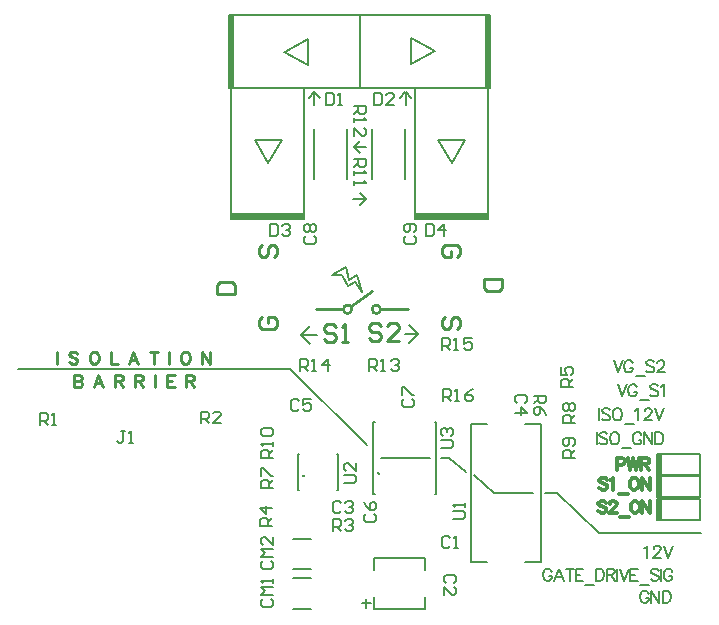
<source format=gbr>
G04*
G04 #@! TF.GenerationSoftware,Altium Limited,Altium Designer,23.8.1 (32)*
G04*
G04 Layer_Color=65535*
%FSLAX25Y25*%
%MOIN*%
G70*
G04*
G04 #@! TF.SameCoordinates,6A4648C9-17C6-403F-9620-CBA41C67DF3D*
G04*
G04*
G04 #@! TF.FilePolarity,Positive*
G04*
G01*
G75*
%ADD10C,0.01000*%
%ADD11C,0.00600*%
%ADD12C,0.00800*%
%ADD13C,0.01200*%
%ADD14R,0.01100X0.06900*%
%ADD15R,0.24100X0.01300*%
%ADD16R,0.01300X0.24100*%
D10*
X121580Y46998D02*
G03*
X121600Y47000I20J-98D01*
G01*
X96620Y46100D02*
G03*
X96620Y46100I-100J0D01*
G01*
X122298Y101694D02*
G03*
X122298Y101694I-1414J0D01*
G01*
X112712Y101694D02*
G03*
X112712Y101694I-1414J0D01*
G01*
X112298Y102694D02*
X119298Y107694D01*
X122298Y101694D02*
X131298Y101694D01*
X100825Y101669D02*
X109825Y101669D01*
X122300Y95999D02*
X121301Y96999D01*
X119301D01*
X118302Y95999D01*
Y95000D01*
X119301Y94000D01*
X121301D01*
X122300Y93000D01*
Y92001D01*
X121301Y91001D01*
X119301D01*
X118302Y92001D01*
X128298Y91001D02*
X124300D01*
X128298Y95000D01*
Y95999D01*
X127299Y96999D01*
X125299D01*
X124300Y95999D01*
X147798Y119201D02*
X148798Y120201D01*
Y122200D01*
X147798Y123200D01*
X143800D01*
X142800Y122200D01*
Y120201D01*
X143800Y119201D01*
X145799D01*
Y121201D01*
X147798Y95209D02*
X148798Y96209D01*
Y98208D01*
X147798Y99208D01*
X146799D01*
X145799Y98208D01*
Y96209D01*
X144799Y95209D01*
X143800D01*
X142800Y96209D01*
Y98208D01*
X143800Y99208D01*
X162798Y111700D02*
X156800D01*
Y108701D01*
X157800Y107701D01*
X161798D01*
X162798Y108701D01*
Y111700D01*
X67902Y106700D02*
X73900D01*
Y109699D01*
X72900Y110699D01*
X68902D01*
X67902Y109699D01*
Y106700D01*
X82902Y99199D02*
X81902Y98199D01*
Y96200D01*
X82902Y95200D01*
X86900D01*
X87900Y96200D01*
Y98199D01*
X86900Y99199D01*
X84901D01*
Y97199D01*
X82902Y123191D02*
X81902Y122191D01*
Y120192D01*
X82902Y119192D01*
X83901D01*
X84901Y120192D01*
Y122191D01*
X85901Y123191D01*
X86900D01*
X87900Y122191D01*
Y120192D01*
X86900Y119192D01*
X20000Y79699D02*
Y75700D01*
Y79699D02*
X21714D01*
X22285Y79509D01*
X22476Y79318D01*
X22666Y78937D01*
Y78557D01*
X22476Y78176D01*
X22285Y77985D01*
X21714Y77795D01*
X20000D02*
X21714D01*
X22285Y77604D01*
X22476Y77414D01*
X22666Y77033D01*
Y76462D01*
X22476Y76081D01*
X22285Y75890D01*
X21714Y75700D01*
X20000D01*
X29750D02*
X28227Y79699D01*
X26703Y75700D01*
X27275Y77033D02*
X29179D01*
X33826Y79699D02*
Y75700D01*
Y79699D02*
X35539D01*
X36111Y79509D01*
X36301Y79318D01*
X36492Y78937D01*
Y78557D01*
X36301Y78176D01*
X36111Y77985D01*
X35539Y77795D01*
X33826D01*
X35159D02*
X36492Y75700D01*
X40529Y79699D02*
Y75700D01*
Y79699D02*
X42243D01*
X42814Y79509D01*
X43005Y79318D01*
X43195Y78937D01*
Y78557D01*
X43005Y78176D01*
X42814Y77985D01*
X42243Y77795D01*
X40529D01*
X41862D02*
X43195Y75700D01*
X47232Y79699D02*
Y75700D01*
X53688Y79699D02*
X51212D01*
Y75700D01*
X53688D01*
X51212Y77795D02*
X52736D01*
X57497Y79699D02*
Y75700D01*
Y79699D02*
X59211D01*
X59782Y79509D01*
X59972Y79318D01*
X60163Y78937D01*
Y78557D01*
X59972Y78176D01*
X59782Y77985D01*
X59211Y77795D01*
X57497D01*
X58830D02*
X60163Y75700D01*
X14600Y87499D02*
Y83500D01*
X21246Y86928D02*
X20865Y87309D01*
X20294Y87499D01*
X19532D01*
X18961Y87309D01*
X18580Y86928D01*
Y86547D01*
X18770Y86166D01*
X18961Y85976D01*
X19342Y85785D01*
X20484Y85404D01*
X20865Y85214D01*
X21056Y85023D01*
X21246Y84643D01*
Y84071D01*
X20865Y83690D01*
X20294Y83500D01*
X19532D01*
X18961Y83690D01*
X18580Y84071D01*
X26426Y87499D02*
X26045Y87309D01*
X25664Y86928D01*
X25474Y86547D01*
X25283Y85976D01*
Y85023D01*
X25474Y84452D01*
X25664Y84071D01*
X26045Y83690D01*
X26426Y83500D01*
X27188D01*
X27569Y83690D01*
X27950Y84071D01*
X28140Y84452D01*
X28330Y85023D01*
Y85976D01*
X28140Y86547D01*
X27950Y86928D01*
X27569Y87309D01*
X27188Y87499D01*
X26426D01*
X32406D02*
Y83500D01*
X34691D01*
X41318D02*
X39795Y87499D01*
X38271Y83500D01*
X38842Y84833D02*
X40747D01*
X46726Y87499D02*
Y83500D01*
X45393Y87499D02*
X48059D01*
X51678D02*
Y83500D01*
X56801Y87499D02*
X56420Y87309D01*
X56039Y86928D01*
X55848Y86547D01*
X55658Y85976D01*
Y85023D01*
X55848Y84452D01*
X56039Y84071D01*
X56420Y83690D01*
X56801Y83500D01*
X57562D01*
X57943Y83690D01*
X58324Y84071D01*
X58514Y84452D01*
X58705Y85023D01*
Y85976D01*
X58514Y86547D01*
X58324Y86928D01*
X57943Y87309D01*
X57562Y87499D01*
X56801D01*
X62780D02*
Y83500D01*
Y87499D02*
X65446Y83500D01*
Y87499D02*
Y83500D01*
X107600Y95899D02*
X106600Y96899D01*
X104601D01*
X103601Y95899D01*
Y94900D01*
X104601Y93900D01*
X106600D01*
X107600Y92900D01*
Y91901D01*
X106600Y90901D01*
X104601D01*
X103601Y91901D01*
X109599Y90901D02*
X111599D01*
X110599D01*
Y96899D01*
X109599Y95899D01*
D11*
X140300Y64000D02*
X140800D01*
Y40000D02*
Y64000D01*
X140300Y40000D02*
X140800D01*
X119800Y64000D02*
X120300D01*
X119800Y40000D02*
Y64000D01*
Y40000D02*
X120300D01*
X94720Y53400D02*
X95120D01*
X94720Y41400D02*
Y53400D01*
X107820D02*
X108220D01*
Y41400D02*
Y53400D01*
X107820Y41400D02*
X108220D01*
X94720D02*
X95120D01*
X152300Y17400D02*
X157800D01*
X152300D02*
Y63400D01*
X157800D01*
X170400Y17400D02*
X175900D01*
Y63400D01*
X170400D02*
X175900D01*
X100100Y145000D02*
Y161600D01*
X111100Y145000D02*
Y161600D01*
X130600Y145000D02*
Y161600D01*
X119600Y145000D02*
Y161600D01*
X141595Y158197D02*
X150550D01*
X141595D02*
X146039Y150500D01*
X146050Y150403D02*
X150550Y158197D01*
X133800Y131900D02*
Y133200D01*
X158000Y131900D02*
Y133200D01*
X133800D02*
X158000D01*
X133800Y131900D02*
X158000D01*
X133800Y133400D02*
Y175500D01*
X158000Y133400D02*
Y175500D01*
X133800D02*
X158000D01*
X133800Y133400D02*
X158000D01*
X80395Y158197D02*
X89350D01*
X80395D02*
X84839Y150500D01*
X84850Y150403D02*
X89350Y158197D01*
X72600Y131900D02*
Y133200D01*
X96800Y131900D02*
Y133200D01*
X72600D02*
X96800D01*
X72600Y131900D02*
X96800D01*
X72600Y133400D02*
Y175500D01*
X96800Y133400D02*
Y175500D01*
X72600D02*
X96800D01*
X72600Y133400D02*
X96800D01*
X132603Y183295D02*
Y192250D01*
Y183295D02*
X140300Y187739D01*
X132603Y192250D02*
X140397Y187750D01*
X157600Y175500D02*
X158900D01*
X157600Y199700D02*
X158900D01*
X157600Y175500D02*
Y199700D01*
X158900Y175500D02*
Y199700D01*
X115300Y175500D02*
X157400D01*
X115300Y199700D02*
X157400D01*
X115300Y175500D02*
Y199700D01*
X157400Y175500D02*
Y199700D01*
X97997Y182950D02*
Y191905D01*
X90300Y187461D02*
X97997Y191905D01*
X90203Y187450D02*
X97997Y182950D01*
X71700Y199700D02*
X73000D01*
X71700Y175500D02*
X73000D01*
Y199700D01*
X71700Y175500D02*
Y199700D01*
X73200D02*
X115300D01*
X73200Y175500D02*
X115300D01*
Y199700D01*
X73200Y175500D02*
Y199700D01*
X116100Y3700D02*
X119100D01*
X117600Y2200D02*
Y5200D01*
X120100Y1700D02*
X137100D01*
X120100D02*
Y5700D01*
X137100Y1700D02*
Y5700D01*
Y14700D02*
Y18700D01*
X120100D02*
X137100D01*
X120100Y14700D02*
Y18700D01*
D12*
X215650Y31500D02*
Y38500D01*
X228650Y31500D02*
Y38500D01*
X215650D02*
X228650D01*
X215650Y31500D02*
X228650D01*
X214300D02*
Y38500D01*
X215700Y31500D02*
Y38500D01*
X214300D02*
X215700D01*
X214300Y31500D02*
X215700D01*
X215650Y39000D02*
Y46000D01*
X228650Y39000D02*
Y46000D01*
X215650D02*
X228650D01*
X215650Y39000D02*
X228650D01*
X214300D02*
Y46000D01*
X215700Y39000D02*
Y46000D01*
X214300D02*
X215700D01*
X214300Y39000D02*
X215700D01*
X215650Y46500D02*
Y53500D01*
X228650Y46500D02*
Y53500D01*
X215650D02*
X228650D01*
X215650Y46500D02*
X228650D01*
X214300D02*
Y53500D01*
X215700Y46500D02*
Y53500D01*
X214300D02*
X215700D01*
X214300Y46500D02*
X215700D01*
X93100Y14950D02*
X99100D01*
X93100Y25250D02*
X99100D01*
X93100Y1900D02*
X99100D01*
X93100Y12200D02*
X99100D01*
X109398Y112994D02*
X111298Y109394D01*
X110698Y115894D02*
X111798Y111294D01*
X111298Y109394D02*
X113698Y110894D01*
X111798Y111294D02*
X114398Y112994D01*
X106098Y112994D02*
X109398Y112994D01*
X113698Y110894D02*
X115998Y107494D01*
X114398Y112994D02*
X115998Y107494D01*
X106098Y112994D02*
X110698Y115894D01*
X130700Y169800D02*
Y174000D01*
X132600Y172000D01*
X128800D02*
X130600Y174000D01*
X100200Y169900D02*
Y174100D01*
X102100Y172100D01*
X98300D02*
X100100Y174100D01*
X113200Y138400D02*
X117400D01*
X115400Y136500D02*
X117400Y138400D01*
X115400Y140300D02*
X117400Y138500D01*
X113400Y155600D02*
X115400Y153800D01*
X113400Y155700D02*
X115400Y157600D01*
X113400Y155700D02*
X117600D01*
X195000Y27000D02*
X229000D01*
X181000Y40500D02*
X195000Y27000D01*
X1546Y81600D02*
X92142D01*
X177000Y40500D02*
X181000D01*
X160000D02*
X173000D01*
X153500Y46500D02*
X160000Y40500D01*
X122600Y52000D02*
X138800D01*
X145000D02*
X150872Y47596D01*
X142500Y52000D02*
X145000D01*
X92142Y81600D02*
X117792Y56434D01*
X130300Y93400D02*
X134700D01*
X131700Y90400D02*
X134700Y93400D01*
X131700Y96400D02*
X134700Y93400D01*
X95900Y93000D02*
X98900Y90000D01*
X95900Y93000D02*
X98900Y96000D01*
X95900Y93000D02*
X101200D01*
X109034Y37133D02*
X108367Y37799D01*
X107034D01*
X106368Y37133D01*
Y34467D01*
X107034Y33801D01*
X108367D01*
X109034Y34467D01*
X110366Y37133D02*
X111033Y37799D01*
X112366D01*
X113032Y37133D01*
Y36466D01*
X112366Y35800D01*
X111699D01*
X112366D01*
X113032Y35134D01*
Y34467D01*
X112366Y33801D01*
X111033D01*
X110366Y34467D01*
X173501Y72932D02*
X177499D01*
Y70933D01*
X176833Y70266D01*
X175500D01*
X174834Y70933D01*
Y72932D01*
Y71599D02*
X173501Y70266D01*
X177499Y66268D02*
X176833Y67601D01*
X175500Y68933D01*
X174167D01*
X173501Y68267D01*
Y66934D01*
X174167Y66268D01*
X174834D01*
X175500Y66934D01*
Y68933D01*
X146933Y10367D02*
X147599Y11033D01*
Y12366D01*
X146933Y13032D01*
X144267D01*
X143601Y12366D01*
Y11033D01*
X144267Y10367D01*
X143601Y6368D02*
Y9033D01*
X146266Y6368D01*
X146933D01*
X147599Y7034D01*
Y8367D01*
X146933Y9033D01*
X210230Y22038D02*
X210611Y22228D01*
X211182Y22800D01*
Y18800D01*
X213353Y21847D02*
Y22038D01*
X213543Y22419D01*
X213734Y22609D01*
X214114Y22800D01*
X214876D01*
X215257Y22609D01*
X215447Y22419D01*
X215638Y22038D01*
Y21657D01*
X215447Y21276D01*
X215067Y20705D01*
X213162Y18800D01*
X215828D01*
X216723Y22800D02*
X218247Y18800D01*
X219770Y22800D02*
X218247Y18800D01*
X186999Y52168D02*
X183001D01*
Y54167D01*
X183667Y54834D01*
X185000D01*
X185667Y54167D01*
Y52168D01*
Y53501D02*
X186999Y54834D01*
X186333Y56166D02*
X186999Y56833D01*
Y58166D01*
X186333Y58832D01*
X183667D01*
X183001Y58166D01*
Y56833D01*
X183667Y56166D01*
X184334D01*
X185000Y56833D01*
Y58832D01*
X179318Y14214D02*
X179128Y14595D01*
X178747Y14976D01*
X178366Y15166D01*
X177604D01*
X177224Y14976D01*
X176843Y14595D01*
X176652Y14214D01*
X176462Y13643D01*
Y12690D01*
X176652Y12119D01*
X176843Y11738D01*
X177224Y11357D01*
X177604Y11167D01*
X178366D01*
X178747Y11357D01*
X179128Y11738D01*
X179318Y12119D01*
Y12690D01*
X178366D02*
X179318D01*
X183279Y11167D02*
X181756Y15166D01*
X180232Y11167D01*
X180804Y12500D02*
X182708D01*
X185546Y15166D02*
Y11167D01*
X184213Y15166D02*
X186879D01*
X189830D02*
X187355D01*
Y11167D01*
X189830D01*
X187355Y13262D02*
X188878D01*
X190497Y9834D02*
X193544D01*
X194058Y15166D02*
Y11167D01*
Y15166D02*
X195391D01*
X195962Y14976D01*
X196343Y14595D01*
X196534Y14214D01*
X196724Y13643D01*
Y12690D01*
X196534Y12119D01*
X196343Y11738D01*
X195962Y11357D01*
X195391Y11167D01*
X194058D01*
X197619Y15166D02*
Y11167D01*
Y15166D02*
X199333D01*
X199904Y14976D01*
X200095Y14785D01*
X200285Y14404D01*
Y14024D01*
X200095Y13643D01*
X199904Y13452D01*
X199333Y13262D01*
X197619D01*
X198952D02*
X200285Y11167D01*
X201180Y15166D02*
Y11167D01*
X202018Y15166D02*
X203542Y11167D01*
X205065Y15166D02*
X203542Y11167D01*
X208055Y15166D02*
X205579D01*
Y11167D01*
X208055D01*
X205579Y13262D02*
X207103D01*
X208721Y9834D02*
X211769D01*
X214949Y14595D02*
X214568Y14976D01*
X213997Y15166D01*
X213235D01*
X212664Y14976D01*
X212283Y14595D01*
Y14214D01*
X212473Y13833D01*
X212664Y13643D01*
X213044Y13452D01*
X214187Y13071D01*
X214568Y12881D01*
X214758Y12690D01*
X214949Y12310D01*
Y11738D01*
X214568Y11357D01*
X213997Y11167D01*
X213235D01*
X212664Y11357D01*
X212283Y11738D01*
X215844Y15166D02*
Y11167D01*
X219538Y14214D02*
X219348Y14595D01*
X218967Y14976D01*
X218586Y15166D01*
X217824D01*
X217443Y14976D01*
X217063Y14595D01*
X216872Y14214D01*
X216682Y13643D01*
Y12690D01*
X216872Y12119D01*
X217063Y11738D01*
X217443Y11357D01*
X217824Y11167D01*
X218586D01*
X218967Y11357D01*
X219348Y11738D01*
X219538Y12119D01*
Y12690D01*
X218586D02*
X219538D01*
X194426Y60666D02*
Y56667D01*
X197930Y60095D02*
X197549Y60476D01*
X196978Y60666D01*
X196216D01*
X195645Y60476D01*
X195264Y60095D01*
Y59714D01*
X195455Y59333D01*
X195645Y59143D01*
X196026Y58952D01*
X197169Y58571D01*
X197549Y58381D01*
X197740Y58190D01*
X197930Y57810D01*
Y57238D01*
X197549Y56857D01*
X196978Y56667D01*
X196216D01*
X195645Y56857D01*
X195264Y57238D01*
X199968Y60666D02*
X199587Y60476D01*
X199206Y60095D01*
X199016Y59714D01*
X198825Y59143D01*
Y58190D01*
X199016Y57619D01*
X199206Y57238D01*
X199587Y56857D01*
X199968Y56667D01*
X200730D01*
X201111Y56857D01*
X201491Y57238D01*
X201682Y57619D01*
X201872Y58190D01*
Y59143D01*
X201682Y59714D01*
X201491Y60095D01*
X201111Y60476D01*
X200730Y60666D01*
X199968D01*
X202805Y55334D02*
X205852D01*
X209223Y59714D02*
X209033Y60095D01*
X208652Y60476D01*
X208271Y60666D01*
X207509D01*
X207128Y60476D01*
X206747Y60095D01*
X206557Y59714D01*
X206366Y59143D01*
Y58190D01*
X206557Y57619D01*
X206747Y57238D01*
X207128Y56857D01*
X207509Y56667D01*
X208271D01*
X208652Y56857D01*
X209033Y57238D01*
X209223Y57619D01*
Y58190D01*
X208271D02*
X209223D01*
X210137Y60666D02*
Y56667D01*
Y60666D02*
X212803Y56667D01*
Y60666D02*
Y56667D01*
X213908Y60666D02*
Y56667D01*
Y60666D02*
X215241D01*
X215812Y60476D01*
X216193Y60095D01*
X216383Y59714D01*
X216574Y59143D01*
Y58190D01*
X216383Y57619D01*
X216193Y57238D01*
X215812Y56857D01*
X215241Y56667D01*
X213908D01*
X195259Y68666D02*
Y64667D01*
X198764Y68095D02*
X198383Y68476D01*
X197811Y68666D01*
X197049D01*
X196478Y68476D01*
X196097Y68095D01*
Y67714D01*
X196288Y67333D01*
X196478Y67143D01*
X196859Y66952D01*
X198002Y66571D01*
X198383Y66381D01*
X198573Y66190D01*
X198764Y65810D01*
Y65238D01*
X198383Y64857D01*
X197811Y64667D01*
X197049D01*
X196478Y64857D01*
X196097Y65238D01*
X200801Y68666D02*
X200420Y68476D01*
X200039Y68095D01*
X199849Y67714D01*
X199659Y67143D01*
Y66190D01*
X199849Y65619D01*
X200039Y65238D01*
X200420Y64857D01*
X200801Y64667D01*
X201563D01*
X201944Y64857D01*
X202325Y65238D01*
X202515Y65619D01*
X202706Y66190D01*
Y67143D01*
X202515Y67714D01*
X202325Y68095D01*
X201944Y68476D01*
X201563Y68666D01*
X200801D01*
X203639Y63334D02*
X206686D01*
X207200Y67904D02*
X207581Y68095D01*
X208152Y68666D01*
Y64667D01*
X210323Y67714D02*
Y67904D01*
X210513Y68285D01*
X210704Y68476D01*
X211085Y68666D01*
X211846D01*
X212227Y68476D01*
X212418Y68285D01*
X212608Y67904D01*
Y67523D01*
X212418Y67143D01*
X212037Y66571D01*
X210133Y64667D01*
X212799D01*
X213694Y68666D02*
X215217Y64667D01*
X216741Y68666D02*
X215217Y64667D01*
X211653Y6847D02*
X211462Y7228D01*
X211082Y7609D01*
X210701Y7800D01*
X209939D01*
X209558Y7609D01*
X209177Y7228D01*
X208987Y6847D01*
X208796Y6276D01*
Y5324D01*
X208987Y4753D01*
X209177Y4372D01*
X209558Y3991D01*
X209939Y3800D01*
X210701D01*
X211082Y3991D01*
X211462Y4372D01*
X211653Y4753D01*
Y5324D01*
X210701D02*
X211653D01*
X212567Y7800D02*
Y3800D01*
Y7800D02*
X215233Y3800D01*
Y7800D02*
Y3800D01*
X216338Y7800D02*
Y3800D01*
Y7800D02*
X217671D01*
X218242Y7609D01*
X218623Y7228D01*
X218813Y6847D01*
X219004Y6276D01*
Y5324D01*
X218813Y4753D01*
X218623Y4372D01*
X218242Y3991D01*
X217671Y3800D01*
X216338D01*
X199940Y84666D02*
X201463Y80667D01*
X202987Y84666D02*
X201463Y80667D01*
X206358Y83714D02*
X206167Y84095D01*
X205786Y84476D01*
X205405Y84666D01*
X204644D01*
X204263Y84476D01*
X203882Y84095D01*
X203692Y83714D01*
X203501Y83143D01*
Y82190D01*
X203692Y81619D01*
X203882Y81238D01*
X204263Y80857D01*
X204644Y80667D01*
X205405D01*
X205786Y80857D01*
X206167Y81238D01*
X206358Y81619D01*
Y82190D01*
X205405D02*
X206358D01*
X207272Y79334D02*
X210319D01*
X213499Y84095D02*
X213118Y84476D01*
X212547Y84666D01*
X211785D01*
X211214Y84476D01*
X210833Y84095D01*
Y83714D01*
X211023Y83333D01*
X211214Y83143D01*
X211595Y82952D01*
X212737Y82571D01*
X213118Y82381D01*
X213309Y82190D01*
X213499Y81810D01*
Y81238D01*
X213118Y80857D01*
X212547Y80667D01*
X211785D01*
X211214Y80857D01*
X210833Y81238D01*
X214584Y83714D02*
Y83904D01*
X214775Y84285D01*
X214965Y84476D01*
X215346Y84666D01*
X216108D01*
X216489Y84476D01*
X216679Y84285D01*
X216870Y83904D01*
Y83523D01*
X216679Y83143D01*
X216298Y82571D01*
X214394Y80667D01*
X217060D01*
X95602Y81201D02*
Y85199D01*
X97601D01*
X98267Y84533D01*
Y83200D01*
X97601Y82534D01*
X95602D01*
X96934D02*
X98267Y81201D01*
X99600D02*
X100933D01*
X100267D01*
Y85199D01*
X99600Y84533D01*
X104932Y81201D02*
Y85199D01*
X102933Y83200D01*
X105598D01*
X118502Y81101D02*
Y85099D01*
X120501D01*
X121167Y84433D01*
Y83100D01*
X120501Y82434D01*
X118502D01*
X119834D02*
X121167Y81101D01*
X122500D02*
X123833D01*
X123167D01*
Y85099D01*
X122500Y84433D01*
X125833D02*
X126499Y85099D01*
X127832D01*
X128498Y84433D01*
Y83766D01*
X127832Y83100D01*
X127165D01*
X127832D01*
X128498Y82434D01*
Y81767D01*
X127832Y81101D01*
X126499D01*
X125833Y81767D01*
X142501Y55368D02*
X145833D01*
X146499Y56034D01*
Y57367D01*
X145833Y58034D01*
X142501D01*
X143167Y59367D02*
X142501Y60033D01*
Y61366D01*
X143167Y62032D01*
X143833D01*
X144500Y61366D01*
Y60699D01*
Y61366D01*
X145167Y62032D01*
X145833D01*
X146499Y61366D01*
Y60033D01*
X145833Y59367D01*
X110001Y43768D02*
X113333D01*
X113999Y44434D01*
Y45767D01*
X113333Y46434D01*
X110001D01*
X113999Y50432D02*
Y47767D01*
X111334Y50432D01*
X110667D01*
X110001Y49766D01*
Y48433D01*
X110667Y47767D01*
X146601Y31734D02*
X149933D01*
X150599Y32401D01*
Y33734D01*
X149933Y34400D01*
X146601D01*
X150599Y35733D02*
Y37066D01*
Y36399D01*
X146601D01*
X147267Y35733D01*
X201297Y76666D02*
X202820Y72667D01*
X204344Y76666D02*
X202820Y72667D01*
X207715Y75714D02*
X207524Y76095D01*
X207143Y76476D01*
X206762Y76666D01*
X206001D01*
X205620Y76476D01*
X205239Y76095D01*
X205048Y75714D01*
X204858Y75143D01*
Y74190D01*
X205048Y73619D01*
X205239Y73238D01*
X205620Y72857D01*
X206001Y72667D01*
X206762D01*
X207143Y72857D01*
X207524Y73238D01*
X207715Y73619D01*
Y74190D01*
X206762D02*
X207715D01*
X208629Y71334D02*
X211676D01*
X214856Y76095D02*
X214475Y76476D01*
X213904Y76666D01*
X213142D01*
X212571Y76476D01*
X212190Y76095D01*
Y75714D01*
X212380Y75333D01*
X212571Y75143D01*
X212951Y74952D01*
X214094Y74571D01*
X214475Y74381D01*
X214666Y74190D01*
X214856Y73810D01*
Y73238D01*
X214475Y72857D01*
X213904Y72667D01*
X213142D01*
X212571Y72857D01*
X212190Y73238D01*
X215751Y75904D02*
X216132Y76095D01*
X216703Y76666D01*
Y72667D01*
X143002Y71201D02*
Y75199D01*
X145001D01*
X145667Y74533D01*
Y73200D01*
X145001Y72534D01*
X143002D01*
X144334D02*
X145667Y71201D01*
X147000D02*
X148333D01*
X147667D01*
Y75199D01*
X147000Y74533D01*
X152998Y75199D02*
X151665Y74533D01*
X150333Y73200D01*
Y71867D01*
X150999Y71201D01*
X152332D01*
X152998Y71867D01*
Y72534D01*
X152332Y73200D01*
X150333D01*
X142702Y88001D02*
Y91999D01*
X144701D01*
X145367Y91333D01*
Y90000D01*
X144701Y89334D01*
X142702D01*
X144035D02*
X145367Y88001D01*
X146700D02*
X148033D01*
X147367D01*
Y91999D01*
X146700Y91333D01*
X152698Y91999D02*
X150033D01*
Y90000D01*
X151365Y90666D01*
X152032D01*
X152698Y90000D01*
Y88667D01*
X152032Y88001D01*
X150699D01*
X150033Y88667D01*
X113401Y169298D02*
X117399D01*
Y167299D01*
X116733Y166633D01*
X115400D01*
X114734Y167299D01*
Y169298D01*
Y167965D02*
X113401Y166633D01*
Y165300D02*
Y163967D01*
Y164633D01*
X117399D01*
X116733Y165300D01*
X113401Y159302D02*
Y161967D01*
X116067Y159302D01*
X116733D01*
X117399Y159968D01*
Y161301D01*
X116733Y161967D01*
X113401Y151632D02*
X117399D01*
Y149633D01*
X116733Y148966D01*
X115400D01*
X114734Y149633D01*
Y151632D01*
Y150299D02*
X113401Y148966D01*
Y147633D02*
Y146300D01*
Y146967D01*
X117399D01*
X116733Y147633D01*
X113401Y144301D02*
Y142968D01*
Y143634D01*
X117399D01*
X116733Y144301D01*
X86299Y52102D02*
X82301D01*
Y54101D01*
X82967Y54767D01*
X84300D01*
X84966Y54101D01*
Y52102D01*
Y53434D02*
X86299Y54767D01*
Y56100D02*
Y57433D01*
Y56767D01*
X82301D01*
X82967Y56100D01*
Y59433D02*
X82301Y60099D01*
Y61432D01*
X82967Y62098D01*
X85633D01*
X86299Y61432D01*
Y60099D01*
X85633Y59433D01*
X82967D01*
X186999Y63668D02*
X183001D01*
Y65667D01*
X183667Y66334D01*
X185000D01*
X185667Y65667D01*
Y63668D01*
Y65001D02*
X186999Y66334D01*
X183667Y67667D02*
X183001Y68333D01*
Y69666D01*
X183667Y70332D01*
X184334D01*
X185000Y69666D01*
X185667Y70332D01*
X186333D01*
X186999Y69666D01*
Y68333D01*
X186333Y67667D01*
X185667D01*
X185000Y68333D01*
X184334Y67667D01*
X183667D01*
X185000Y68333D02*
Y69666D01*
X86299Y41968D02*
X82301D01*
Y43967D01*
X82967Y44634D01*
X84300D01*
X84966Y43967D01*
Y41968D01*
Y43301D02*
X86299Y44634D01*
X82301Y45967D02*
Y48632D01*
X82967D01*
X85633Y45967D01*
X86299D01*
X186499Y75868D02*
X182501D01*
Y77867D01*
X183167Y78534D01*
X184500D01*
X185167Y77867D01*
Y75868D01*
Y77201D02*
X186499Y78534D01*
X182501Y82532D02*
Y79866D01*
X184500D01*
X183834Y81199D01*
Y81866D01*
X184500Y82532D01*
X185833D01*
X186499Y81866D01*
Y80533D01*
X185833Y79866D01*
X86199Y29568D02*
X82201D01*
Y31567D01*
X82867Y32234D01*
X84200D01*
X84866Y31567D01*
Y29568D01*
Y30901D02*
X86199Y32234D01*
Y35566D02*
X82201D01*
X84200Y33566D01*
Y36232D01*
X106368Y27901D02*
Y31899D01*
X108367D01*
X109034Y31233D01*
Y29900D01*
X108367Y29234D01*
X106368D01*
X107701D02*
X109034Y27901D01*
X110366Y31233D02*
X111033Y31899D01*
X112366D01*
X113032Y31233D01*
Y30566D01*
X112366Y29900D01*
X111699D01*
X112366D01*
X113032Y29234D01*
Y28567D01*
X112366Y27901D01*
X111033D01*
X110366Y28567D01*
X62468Y63601D02*
Y67599D01*
X64467D01*
X65134Y66933D01*
Y65600D01*
X64467Y64934D01*
X62468D01*
X63801D02*
X65134Y63601D01*
X69132D02*
X66466D01*
X69132Y66266D01*
Y66933D01*
X68466Y67599D01*
X67133D01*
X66466Y66933D01*
X8934Y63101D02*
Y67099D01*
X10933D01*
X11600Y66433D01*
Y65100D01*
X10933Y64434D01*
X8934D01*
X10267D02*
X11600Y63101D01*
X12933D02*
X14266D01*
X13599D01*
Y67099D01*
X12933Y66433D01*
X37200Y60999D02*
X35867D01*
X36534D01*
Y57667D01*
X35867Y57001D01*
X35201D01*
X34534Y57667D01*
X38533Y57001D02*
X39866D01*
X39199D01*
Y60999D01*
X38533Y60333D01*
X137468Y130099D02*
Y126101D01*
X139467D01*
X140134Y126767D01*
Y129433D01*
X139467Y130099D01*
X137468D01*
X143466Y126101D02*
Y130099D01*
X141466Y128100D01*
X144132D01*
X85468Y130199D02*
Y126201D01*
X87467D01*
X88134Y126867D01*
Y129533D01*
X87467Y130199D01*
X85468D01*
X89467Y129533D02*
X90133Y130199D01*
X91466D01*
X92132Y129533D01*
Y128867D01*
X91466Y128200D01*
X90799D01*
X91466D01*
X92132Y127533D01*
Y126867D01*
X91466Y126201D01*
X90133D01*
X89467Y126867D01*
X120268Y173799D02*
Y169801D01*
X122267D01*
X122933Y170467D01*
Y173133D01*
X122267Y173799D01*
X120268D01*
X126932Y169801D02*
X124267D01*
X126932Y172467D01*
Y173133D01*
X126266Y173799D01*
X124933D01*
X124267Y173133D01*
X104134Y173799D02*
Y169801D01*
X106133D01*
X106800Y170467D01*
Y173133D01*
X106133Y173799D01*
X104134D01*
X108133Y169801D02*
X109466D01*
X108799D01*
Y173799D01*
X108133Y173133D01*
X83067Y17734D02*
X82401Y17068D01*
Y15735D01*
X83067Y15068D01*
X85733D01*
X86399Y15735D01*
Y17068D01*
X85733Y17734D01*
X86399Y19067D02*
X82401D01*
X83733Y20400D01*
X82401Y21733D01*
X86399D01*
Y25732D02*
Y23066D01*
X83733Y25732D01*
X83067D01*
X82401Y25065D01*
Y23732D01*
X83067Y23066D01*
X83167Y5201D02*
X82501Y4534D01*
Y3201D01*
X83167Y2535D01*
X85833D01*
X86499Y3201D01*
Y4534D01*
X85833Y5201D01*
X86499Y6533D02*
X82501D01*
X83834Y7867D01*
X82501Y9199D01*
X86499D01*
Y10532D02*
Y11865D01*
Y11199D01*
X82501D01*
X83167Y10532D01*
X130667Y126134D02*
X130001Y125467D01*
Y124134D01*
X130667Y123468D01*
X133333D01*
X133999Y124134D01*
Y125467D01*
X133333Y126134D01*
Y127466D02*
X133999Y128133D01*
Y129466D01*
X133333Y130132D01*
X130667D01*
X130001Y129466D01*
Y128133D01*
X130667Y127466D01*
X131333D01*
X132000Y128133D01*
Y130132D01*
X97367Y126233D02*
X96701Y125567D01*
Y124234D01*
X97367Y123568D01*
X100033D01*
X100699Y124234D01*
Y125567D01*
X100033Y126233D01*
X97367Y127567D02*
X96701Y128233D01*
Y129566D01*
X97367Y130232D01*
X98034D01*
X98700Y129566D01*
X99366Y130232D01*
X100033D01*
X100699Y129566D01*
Y128233D01*
X100033Y127567D01*
X99366D01*
X98700Y128233D01*
X98034Y127567D01*
X97367D01*
X98700Y128233D02*
Y129566D01*
X130167Y71634D02*
X129501Y70967D01*
Y69634D01*
X130167Y68968D01*
X132833D01*
X133499Y69634D01*
Y70967D01*
X132833Y71634D01*
X129501Y72966D02*
Y75632D01*
X130167D01*
X132833Y72966D01*
X133499D01*
X117467Y33434D02*
X116801Y32767D01*
Y31434D01*
X117467Y30768D01*
X120133D01*
X120799Y31434D01*
Y32767D01*
X120133Y33434D01*
X116801Y37432D02*
X117467Y36099D01*
X118800Y34767D01*
X120133D01*
X120799Y35433D01*
Y36766D01*
X120133Y37432D01*
X119466D01*
X118800Y36766D01*
Y34767D01*
X95134Y71233D02*
X94467Y71899D01*
X93134D01*
X92468Y71233D01*
Y68567D01*
X93134Y67901D01*
X94467D01*
X95134Y68567D01*
X99132Y71899D02*
X96466D01*
Y69900D01*
X97799Y70566D01*
X98466D01*
X99132Y69900D01*
Y68567D01*
X98466Y67901D01*
X97133D01*
X96466Y68567D01*
X170433Y70366D02*
X171099Y71033D01*
Y72366D01*
X170433Y73032D01*
X167767D01*
X167101Y72366D01*
Y71033D01*
X167767Y70366D01*
X167101Y67034D02*
X171099D01*
X169100Y69033D01*
Y66368D01*
X145400Y25433D02*
X144734Y26099D01*
X143401D01*
X142734Y25433D01*
Y22767D01*
X143401Y22101D01*
X144734D01*
X145400Y22767D01*
X146733Y22101D02*
X148066D01*
X147399D01*
Y26099D01*
X146733Y25433D01*
D13*
X197601Y37195D02*
X197220Y37576D01*
X196649Y37766D01*
X195887D01*
X195316Y37576D01*
X194935Y37195D01*
Y36814D01*
X195126Y36433D01*
X195316Y36243D01*
X195697Y36052D01*
X196839Y35671D01*
X197220Y35481D01*
X197411Y35290D01*
X197601Y34910D01*
Y34338D01*
X197220Y33957D01*
X196649Y33767D01*
X195887D01*
X195316Y33957D01*
X194935Y34338D01*
X198687Y36814D02*
Y37004D01*
X198877Y37385D01*
X199068Y37576D01*
X199449Y37766D01*
X200210D01*
X200591Y37576D01*
X200781Y37385D01*
X200972Y37004D01*
Y36623D01*
X200781Y36243D01*
X200401Y35671D01*
X198496Y33767D01*
X201162D01*
X202058Y32434D02*
X205104D01*
X206761Y37766D02*
X206380Y37576D01*
X205999Y37195D01*
X205809Y36814D01*
X205619Y36243D01*
Y35290D01*
X205809Y34719D01*
X205999Y34338D01*
X206380Y33957D01*
X206761Y33767D01*
X207523D01*
X207904Y33957D01*
X208285Y34338D01*
X208475Y34719D01*
X208666Y35290D01*
Y36243D01*
X208475Y36814D01*
X208285Y37195D01*
X207904Y37576D01*
X207523Y37766D01*
X206761D01*
X209599D02*
Y33767D01*
Y37766D02*
X212265Y33767D01*
Y37766D02*
Y33767D01*
X197915Y44895D02*
X197535Y45276D01*
X196963Y45466D01*
X196202D01*
X195630Y45276D01*
X195249Y44895D01*
Y44514D01*
X195440Y44133D01*
X195630Y43943D01*
X196011Y43752D01*
X197154Y43371D01*
X197535Y43181D01*
X197725Y42990D01*
X197915Y42610D01*
Y42038D01*
X197535Y41657D01*
X196963Y41467D01*
X196202D01*
X195630Y41657D01*
X195249Y42038D01*
X198811Y44704D02*
X199191Y44895D01*
X199763Y45466D01*
Y41467D01*
X201743Y40134D02*
X204790D01*
X206447Y45466D02*
X206066Y45276D01*
X205685Y44895D01*
X205495Y44514D01*
X205304Y43943D01*
Y42990D01*
X205495Y42419D01*
X205685Y42038D01*
X206066Y41657D01*
X206447Y41467D01*
X207209D01*
X207590Y41657D01*
X207970Y42038D01*
X208161Y42419D01*
X208351Y42990D01*
Y43943D01*
X208161Y44514D01*
X207970Y44895D01*
X207590Y45276D01*
X207209Y45466D01*
X206447D01*
X209284D02*
Y41467D01*
Y45466D02*
X211951Y41467D01*
Y45466D02*
Y41467D01*
X201082Y49905D02*
X202796D01*
X203367Y50095D01*
X203558Y50286D01*
X203748Y50666D01*
Y51238D01*
X203558Y51619D01*
X203367Y51809D01*
X202796Y52000D01*
X201082D01*
Y48000D01*
X204643Y52000D02*
X205595Y48000D01*
X206548Y52000D02*
X205595Y48000D01*
X206548Y52000D02*
X207500Y48000D01*
X208452Y52000D02*
X207500Y48000D01*
X209252Y52000D02*
Y48000D01*
Y52000D02*
X210966D01*
X211537Y51809D01*
X211727Y51619D01*
X211918Y51238D01*
Y50857D01*
X211727Y50476D01*
X211537Y50286D01*
X210966Y50095D01*
X209252D01*
X210585D02*
X211918Y48000D01*
D14*
X214950Y35050D02*
D03*
Y42550D02*
D03*
Y50050D02*
D03*
D15*
X145850Y132550D02*
D03*
X84650D02*
D03*
D16*
X158250Y187550D02*
D03*
X72350Y187650D02*
D03*
M02*

</source>
